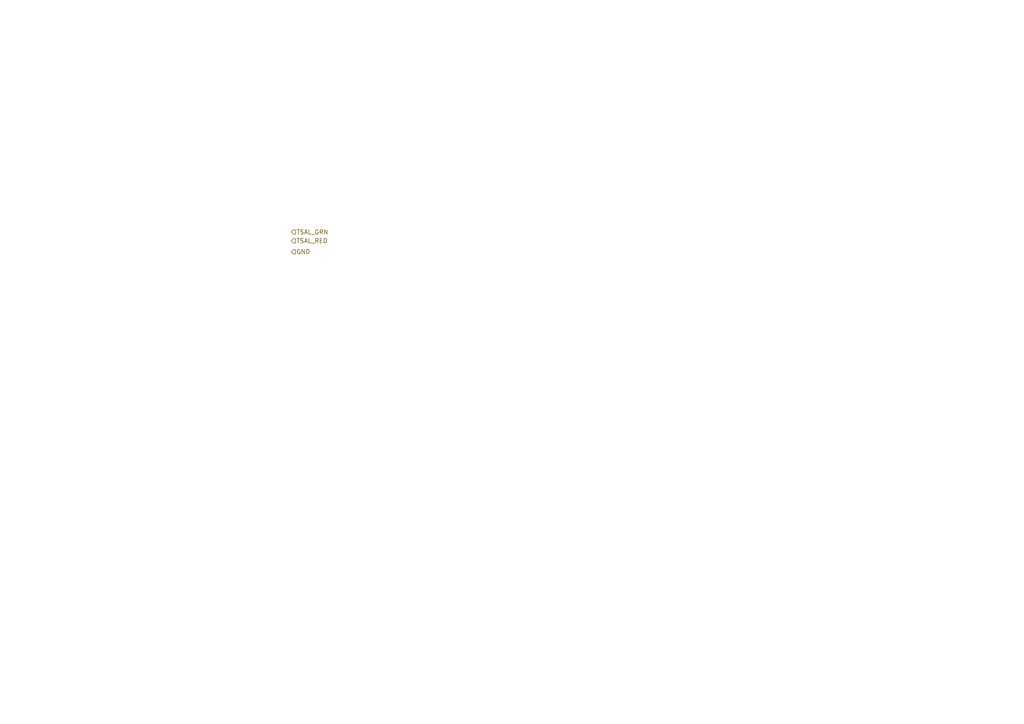
<source format=kicad_sch>
(kicad_sch (version 20230121) (generator eeschema)
  (paper "A4")
  (lib_symbols)
  (hierarchical_label "GND" (shape input) (at 84.455 73.025 0))
  (hierarchical_label "TSAL_GRN" (shape input) (at 84.455 67.31 0))
  (hierarchical_label "TSAL_RED" (shape input) (at 84.455 69.85 0))
)
</source>
